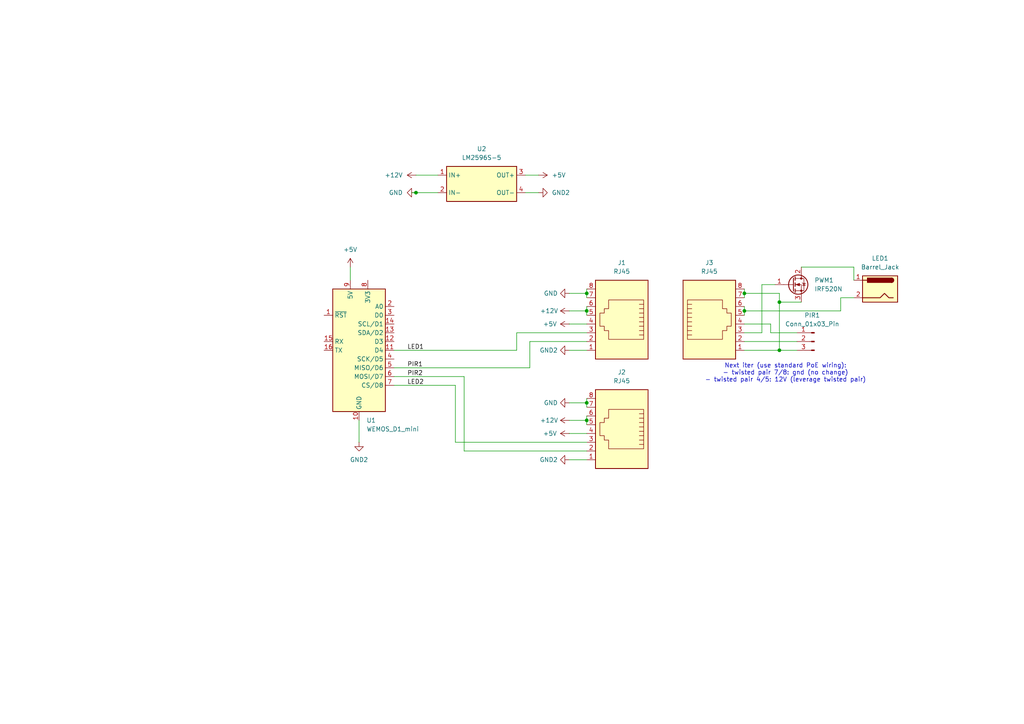
<source format=kicad_sch>
(kicad_sch (version 20250114) (generator "eeschema") (generator_version "9.0")
  (paper "A4")
  (lib_symbols
    (symbol "Connector:Barrel_Jack" (pin_names (offset 1.016))
      (property "Reference" "J" (at 0 5.334 0))
      (property "Value" "Barrel_Jack" (at 0 -5.08 0))
      (symbol "Barrel_Jack_0_1"
        (rectangle (start -5.08 3.81) (end 5.08 -3.81) (stroke (width 0.254)) (fill (type background)))
        (polyline (pts (xy -3.81 -2.54) (xy -2.54 -2.54) (xy -1.27 -1.27) (xy 0 -2.54) (xy 2.54 -2.54) (xy 5.08 -2.54)) (stroke (width 0.254)))
        (arc (start -3.302 1.905) (mid -3.9343 2.54) (end -3.302 3.175) (stroke (width 0.254)))
        (arc (start -3.302 1.905) (mid -3.9343 2.54) (end -3.302 3.175) (stroke (width 0.254)) (fill (type outline)))
        (rectangle (start 3.683 3.175) (end -3.302 1.905) (stroke (width 0.254)) (fill (type outline)))
        (polyline (pts (xy 5.08 2.54) (xy 3.81 2.54)) (stroke (width 0.254)))
      )
      (symbol "Barrel_Jack_1_1"
        (pin passive line (at 7.62 2.54 180) (length 2.54) (name "~") (number "1"))
        (pin passive line (at 7.62 -2.54 180) (length 2.54) (name "~") (number "2"))
      )
    )
    (symbol "Connector:Conn_01x03_Pin" (pin_names (offset 1.016) (hide yes))
      (property "Reference" "J" (at 0 5.08 0))
      (property "Value" "Conn_01x03_Pin" (at 0 -5.08 0))
      (symbol "Conn_01x03_Pin_1_1"
        (rectangle (start 0.8636 2.667) (end 0 2.413) (stroke (width 0.1524)) (fill (type outline)))
        (rectangle (start 0.8636 0.127) (end 0 -0.127) (stroke (width 0.1524)) (fill (type outline)))
        (rectangle (start 0.8636 -2.413) (end 0 -2.667) (stroke (width 0.1524)) (fill (type outline)))
        (polyline (pts (xy 1.27 2.54) (xy 0.8636 2.54)) (stroke (width 0.1524)))
        (polyline (pts (xy 1.27 0) (xy 0.8636 0)) (stroke (width 0.1524)))
        (polyline (pts (xy 1.27 -2.54) (xy 0.8636 -2.54)) (stroke (width 0.1524)))
        (pin passive line (at 5.08 2.54 180) (length 3.81) (name "Pin_1") (number "1"))
        (pin passive line (at 5.08 0 180) (length 3.81) (name "Pin_2") (number "2"))
        (pin passive line (at 5.08 -2.54 180) (length 3.81) (name "Pin_3") (number "3"))
      )
    )
    (symbol "Connector:RJ45" (pin_names (offset 1.016))
      (property "Reference" "J" (at -5.08 13.97 0))
      (property "Value" "RJ45" (at 2.54 13.97 0))
      (symbol "RJ45_0_1"
        (polyline (pts (xy -6.35 1.905) (xy -5.08 1.905) (xy -5.08 1.905)))
        (polyline (pts (xy -6.35 0.635) (xy -5.08 0.635) (xy -5.08 0.635)))
        (polyline (pts (xy -6.35 -0.635) (xy -5.08 -0.635) (xy -5.08 -0.635)))
        (polyline (pts (xy -6.35 -1.905) (xy -5.08 -1.905) (xy -5.08 -1.905)))
        (polyline (pts (xy -6.35 -3.175) (xy -5.08 -3.175) (xy -5.08 -3.175)))
        (polyline (pts (xy -6.35 -4.445) (xy -6.35 6.985) (xy 3.81 6.985) (xy 3.81 4.445) (xy 5.08 4.445) (xy 5.08 3.175) (xy 6.35 3.175) (xy 6.35 -0.635) (xy 5.08 -0.635) (xy 5.08 -1.905) (xy 3.81 -1.905) (xy 3.81 -4.445) (xy -6.35 -4.445) (xy -6.35 -4.445)))
        (polyline (pts (xy -5.08 5.715) (xy -6.35 5.715)))
        (polyline (pts (xy -5.08 4.445) (xy -6.35 4.445)))
        (polyline (pts (xy -5.08 3.175) (xy -6.35 3.175) (xy -6.35 3.175)))
        (rectangle (start 7.62 12.7) (end -7.62 -10.16) (stroke (width 0.254)) (fill (type background)))
      )
      (symbol "RJ45_1_1"
        (pin passive line (at 10.16 10.16 180) (length 2.54) (name "~") (number "8"))
        (pin passive line (at 10.16 7.62 180) (length 2.54) (name "~") (number "7"))
        (pin passive line (at 10.16 5.08 180) (length 2.54) (name "~") (number "6"))
        (pin passive line (at 10.16 2.54 180) (length 2.54) (name "~") (number "5"))
        (pin passive line (at 10.16 0 180) (length 2.54) (name "~") (number "4"))
        (pin passive line (at 10.16 -2.54 180) (length 2.54) (name "~") (number "3"))
        (pin passive line (at 10.16 -5.08 180) (length 2.54) (name "~") (number "2"))
        (pin passive line (at 10.16 -7.62 180) (length 2.54) (name "~") (number "1"))
      )
    )
    (symbol "RF_Module:WEMOS_D1_mini"
      (property "Reference" "U" (at 3.81 19.05 0))
      (property "Value" "WEMOS_D1_mini" (at 1.27 -19.05 0))
      (symbol "WEMOS_D1_mini_1_1"
        (rectangle (start -7.62 17.78) (end 7.62 -17.78) (stroke (width 0.254)) (fill (type background)))
        (pin input line (at -10.16 10.16 0) (length 2.54) (name "~{RST}") (number "1"))
        (pin input line (at -10.16 2.54 0) (length 2.54) (name "RX") (number "15"))
        (pin output line (at -10.16 0 0) (length 2.54) (name "TX") (number "16"))
        (pin power_in line (at -2.54 20.32 270) (length 2.54) (name "5V") (number "9"))
        (pin power_in line (at 0 -20.32 90) (length 2.54) (name "GND") (number "10"))
        (pin power_out line (at 2.54 20.32 270) (length 2.54) (name "3V3") (number "8"))
        (pin input line (at 10.16 12.7 180) (length 2.54) (name "A0") (number "2"))
        (pin bidirectional line (at 10.16 10.16 180) (length 2.54) (name "D0") (number "3"))
        (pin bidirectional line (at 10.16 7.62 180) (length 2.54) (name "SCL/D1") (number "14"))
        (pin bidirectional line (at 10.16 5.08 180) (length 2.54) (name "SDA/D2") (number "13"))
        (pin bidirectional line (at 10.16 2.54 180) (length 2.54) (name "D3") (number "12"))
        (pin bidirectional line (at 10.16 0 180) (length 2.54) (name "D4") (number "11"))
        (pin bidirectional line (at 10.16 -2.54 180) (length 2.54) (name "SCK/D5") (number "4"))
        (pin bidirectional line (at 10.16 -5.08 180) (length 2.54) (name "MISO/D6") (number "5"))
        (pin bidirectional line (at 10.16 -7.62 180) (length 2.54) (name "MOSI/D7") (number "6"))
        (pin bidirectional line (at 10.16 -10.16 180) (length 2.54) (name "CS/D8") (number "7"))
      )
    )
    (symbol "Regulator_Switching:LM2596S-5"
      (property "Reference" "U2" (at 0 10.16 0))
      (property "Value" "LM2596S-5" (at 0 7.62 0))
      (symbol "LM2596S-5_0_1"
        (rectangle (start -10.16 5.08) (end 10.16 -5.08) (stroke (width 0.254)) (fill (type background)))
      )
      (symbol "LM2596S-5_1_1"
        (pin power_in line (at -12.7 2.54 0) (length 2.54) (name "IN+") (number "1"))
        (pin input line (at -12.7 -2.54 0) (length 2.54) (name "IN-") (number "2"))
        (pin input line (at 12.7 2.54 180) (length 2.54) (name "OUT+") (number "3"))
        (pin output line (at 12.7 -2.54 180) (length 2.54) (name "OUT-") (number "4"))
      )
    )
    (symbol "Transistor_FET:IRF520N" (pin_names (hide yes))
      (property "Reference" "Q" (at 5.08 1.905 0))
      (property "Value" "IRF520N" (at 5.08 0 0))
      (symbol "IRF520N_0_1"
        (polyline (pts (xy 0.254 1.905) (xy 0.254 -1.905)) (stroke (width 0.254)))
        (polyline (pts (xy 0.254 0) (xy -2.54 0)))
        (polyline (pts (xy 0.762 2.286) (xy 0.762 1.27)) (stroke (width 0.254)))
        (polyline (pts (xy 0.762 0.508) (xy 0.762 -0.508)) (stroke (width 0.254)))
        (polyline (pts (xy 0.762 -1.27) (xy 0.762 -2.286)) (stroke (width 0.254)))
        (polyline (pts (xy 0.762 -1.778) (xy 3.302 -1.778) (xy 3.302 1.778) (xy 0.762 1.778)))
        (polyline (pts (xy 1.016 0) (xy 2.032 0.381) (xy 2.032 -0.381) (xy 1.016 0)) (fill (type outline)))
        (circle (center 1.651 0) (radius 2.794) (stroke (width 0.254)))
        (polyline (pts (xy 2.54 2.54) (xy 2.54 1.778)))
        (circle (center 2.54 1.778) (radius 0.254) (fill (type outline)))
        (circle (center 2.54 -1.778) (radius 0.254) (fill (type outline)))
        (polyline (pts (xy 2.54 -2.54) (xy 2.54 0) (xy 0.762 0)))
        (polyline (pts (xy 2.794 0.508) (xy 2.921 0.381) (xy 3.683 0.381) (xy 3.81 0.254)))
        (polyline (pts (xy 3.302 0.381) (xy 2.921 -0.254) (xy 3.683 -0.254) (xy 3.302 0.381)))
      )
      (symbol "IRF520N_1_1"
        (pin input line (at -5.08 0 0) (length 2.54) (name "G") (number "1"))
        (pin passive line (at 2.54 5.08 270) (length 2.54) (name "D") (number "2"))
        (pin passive line (at 2.54 -5.08 90) (length 2.54) (name "S") (number "3"))
      )
    )
    (symbol "power:+12V" (power) (pin_numbers (hide yes)) (pin_names (offset 0) (hide yes))
      (property "Value" "+12V" (at 0 3.556 0))
      (symbol "+12V_0_1"
        (polyline (pts (xy -0.762 1.27) (xy 0 2.54)))
        (polyline (pts (xy 0 2.54) (xy 0.762 1.27)))
        (polyline (pts (xy 0 0) (xy 0 2.54)))
      )
      (symbol "+12V_1_1"
        (pin power_in line (at 0 0 90) (length 0) (name "~") (number "1"))
      )
    )
    (symbol "power:+5V" (power) (pin_numbers (hide yes)) (pin_names (offset 0) (hide yes))
      (property "Value" "+5V" (at 0 3.556 0))
      (symbol "+5V_0_1"
        (polyline (pts (xy -0.762 1.27) (xy 0 2.54)))
        (polyline (pts (xy 0 2.54) (xy 0.762 1.27)))
        (polyline (pts (xy 0 0) (xy 0 2.54)))
      )
      (symbol "+5V_1_1"
        (pin power_in line (at 0 0 90) (length 0) (name "~") (number "1"))
      )
    )
    (symbol "power:GND" (power) (pin_numbers (hide yes)) (pin_names (offset 0) (hide yes))
      (property "Value" "GND" (at 0 -3.81 0))
      (symbol "GND_0_1"
        (polyline (pts (xy 0 0) (xy 0 -1.27) (xy 1.27 -1.27) (xy 0 -2.54) (xy -1.27 -1.27) (xy 0 -1.27)))
      )
      (symbol "GND_1_1"
        (pin power_in line (at 0 0 270) (length 0) (name "~") (number "1"))
      )
    )
    (symbol "power:GND2" (power) (pin_numbers (hide yes)) (pin_names (offset 0) (hide yes))
      (property "Value" "GND2" (at 0 -3.81 0))
      (symbol "GND2_0_1"
        (polyline (pts (xy 0 0) (xy 0 -1.27) (xy 1.27 -1.27) (xy 0 -2.54) (xy -1.27 -1.27) (xy 0 -1.27)))
      )
      (symbol "GND2_1_1"
        (pin power_in line (at 0 0 270) (length 0) (name "~") (number "1"))
      )
    )
  )
  (text "Next iter (use standard PoE wiring):\n- twisted pair 7/8: gnd (no change)\n- twisted pair 4/5: 12V (leverage twisted pair)" (at 227.838 108.204 0) (effects (font (size 1.27 1.27))))
  (junction (at 215.9 90.17))
  (junction (at 215.9 85.09))
  (junction (at 170.18 121.92))
  (junction (at 226.06 101.6))
  (junction (at 170.18 116.84))
  (junction (at 170.18 85.09))
  (junction (at 170.18 90.17))
  (junction (at 120.65 55.88))
  (junction (at 226.06 87.63))
  (wire (pts (xy 156.21 55.88) (xy 152.4 55.88)))
  (wire (pts (xy 153.67 106.68) (xy 153.67 99.06)))
  (wire (pts (xy 132.08 128.27) (xy 170.18 128.27)))
  (wire (pts (xy 232.41 77.47) (xy 247.65 77.47)))
  (wire (pts (xy 170.18 88.9) (xy 170.18 90.17)))
  (wire (pts (xy 215.9 88.9) (xy 215.9 90.17)))
  (wire (pts (xy 170.18 116.84) (xy 170.18 118.11)))
  (wire (pts (xy 232.41 87.63) (xy 226.06 87.63)))
  (wire (pts (xy 101.6 77.47) (xy 101.6 81.28)))
  (wire (pts (xy 134.62 109.22) (xy 134.62 130.81)))
  (wire (pts (xy 165.1 90.17) (xy 170.18 90.17)))
  (wire (pts (xy 114.3 111.76) (xy 132.08 111.76)))
  (wire (pts (xy 220.98 82.55) (xy 220.98 96.52)))
  (wire (pts (xy 165.1 116.84) (xy 170.18 116.84)))
  (wire (pts (xy 215.9 93.98) (xy 223.52 93.98)))
  (wire (pts (xy 104.14 121.92) (xy 104.14 128.27)))
  (wire (pts (xy 153.67 99.06) (xy 170.18 99.06)))
  (wire (pts (xy 134.62 130.81) (xy 170.18 130.81)))
  (wire (pts (xy 170.18 121.92) (xy 170.18 123.19)))
  (wire (pts (xy 165.1 125.73) (xy 170.18 125.73)))
  (wire (pts (xy 152.4 50.8) (xy 156.21 50.8)))
  (wire (pts (xy 119.38 55.88) (xy 120.65 55.88)))
  (wire (pts (xy 132.08 111.76) (xy 132.08 128.27)))
  (wire (pts (xy 226.06 87.63) (xy 226.06 101.6)))
  (wire (pts (xy 114.3 109.22) (xy 134.62 109.22)))
  (wire (pts (xy 215.9 85.09) (xy 215.9 86.36)))
  (wire (pts (xy 247.65 77.47) (xy 247.65 81.28)))
  (wire (pts (xy 120.65 50.8) (xy 127 50.8)))
  (wire (pts (xy 170.18 85.09) (xy 170.18 86.36)))
  (wire (pts (xy 170.18 90.17) (xy 170.18 91.44)))
  (wire (pts (xy 226.06 101.6) (xy 231.14 101.6)))
  (wire (pts (xy 149.86 101.6) (xy 149.86 96.52)))
  (wire (pts (xy 170.18 83.82) (xy 170.18 85.09)))
  (wire (pts (xy 220.98 96.52) (xy 215.9 96.52)))
  (wire (pts (xy 215.9 83.82) (xy 215.9 85.09)))
  (wire (pts (xy 215.9 99.06) (xy 231.14 99.06)))
  (wire (pts (xy 165.1 133.35) (xy 170.18 133.35)))
  (wire (pts (xy 215.9 90.17) (xy 215.9 91.44)))
  (wire (pts (xy 170.18 115.57) (xy 170.18 116.84)))
  (wire (pts (xy 165.1 121.92) (xy 170.18 121.92)))
  (wire (pts (xy 120.65 55.88) (xy 127 55.88)))
  (wire (pts (xy 226.06 87.63) (xy 226.06 85.09)))
  (wire (pts (xy 223.52 96.52) (xy 231.14 96.52)))
  (wire (pts (xy 114.3 106.68) (xy 153.67 106.68)))
  (wire (pts (xy 226.06 85.09) (xy 215.9 85.09)))
  (wire (pts (xy 165.1 101.6) (xy 170.18 101.6)))
  (wire (pts (xy 224.79 82.55) (xy 220.98 82.55)))
  (wire (pts (xy 243.84 90.17) (xy 215.9 90.17)))
  (wire (pts (xy 149.86 96.52) (xy 170.18 96.52)))
  (wire (pts (xy 243.84 86.36) (xy 243.84 90.17)))
  (wire (pts (xy 223.52 93.98) (xy 223.52 96.52)))
  (wire (pts (xy 165.1 85.09) (xy 170.18 85.09)))
  (wire (pts (xy 165.1 93.98) (xy 170.18 93.98)))
  (wire (pts (xy 170.18 120.65) (xy 170.18 121.92)))
  (wire (pts (xy 247.65 86.36) (xy 243.84 86.36)))
  (wire (pts (xy 114.3 101.6) (xy 149.86 101.6)))
  (wire (pts (xy 215.9 101.6) (xy 226.06 101.6)))
  (label "LED2" (at 118.11 111.76 0))
  (label "PIR1" (at 118.11 106.68 0))
  (label "PIR2" (at 118.11 109.22 0))
  (label "LED1" (at 118.11 101.6 0))
  (symbol (lib_id "power:GND2") (at 156.21 55.88 90) (unit 1)
    (property "Reference" "#PWR04" (effects (hide yes)))
    (property "Value" "GND2" (at 160.02 55.8799 90) (effects (justify right)))
    (property "Description" "Power symbol creates a global label with name \"GND2\" , ground" (effects (hide yes)))
  )
  (symbol (lib_id "power:+5V") (at 101.6 77.47 0) (unit 1)
    (property "Reference" "#PWR05" (effects (hide yes)))
    (property "Value" "+5V" (at 101.6 72.39 0))
    (property "Description" "Power symbol creates a global label with name \"+5V\"" (effects (hide yes)))
  )
  (symbol (lib_id "power:GND2") (at 165.1 101.6 270) (unit 1)
    (property "Reference" "#PWR011" (effects (hide yes)))
    (property "Value" "GND2" (at 161.798 101.6 90) (effects (justify right)))
    (property "Description" "Power symbol creates a global label with name \"GND2\" , ground" (effects (hide yes)))
  )
  (symbol (lib_id "Connector:RJ45") (at 180.34 93.98 0) (mirror y) (unit 1)
    (property "Reference" "J1" (at 180.34 76.2 0))
    (property "Value" "RJ45" (at 180.34 78.74 0))
    (property "Footprint" "Connector_RJ:RJ45_breakout" (effects (hide yes)))
    (property "Description" "RJ connector, 8P8C (8 positions 8 connected)" (effects (hide yes)))
  )
  (symbol (lib_id "power:+5V") (at 156.21 50.8 270) (unit 1)
    (property "Reference" "#PWR02" (effects (hide yes)))
    (property "Value" "+5V" (at 160.02 50.7999 90) (effects (justify left)))
    (property "Description" "Power symbol creates a global label with name \"+5V\"" (effects (hide yes)))
  )
  (symbol (lib_id "Connector:Conn_01x03_Pin") (at 236.22 99.06 0) (mirror y) (unit 1)
    (property "Reference" "PIR1" (at 235.585 91.44 0))
    (property "Value" "Conn_01x03_Pin" (at 235.585 93.98 0))
    (property "Footprint" "Connector_PinHeader_1.00mm:PinHeader_1x03_P1.00mm_Vertical" (effects (hide yes)))
    (property "Description" "Generic connector, single row, 01x03, script generated" (effects (hide yes)))
  )
  (symbol (lib_id "power:GND2") (at 104.14 128.27 0) (unit 1)
    (property "Reference" "#PWR08" (effects (hide yes)))
    (property "Value" "GND2" (at 104.14 133.35 0))
    (property "Description" "Power symbol creates a global label with name \"GND2\" , ground" (effects (hide yes)))
  )
  (symbol (lib_id "power:GND") (at 120.65 55.88 270) (unit 1)
    (property "Reference" "#PWR03" (effects (hide yes)))
    (property "Value" "GND" (at 116.84 55.8799 90) (effects (justify right)))
    (property "Description" "Power symbol creates a global label with name \"GND\" , ground" (effects (hide yes)))
  )
  (symbol (lib_id "power:GND") (at 165.1 85.09 270) (unit 1)
    (property "Reference" "#PWR010" (effects (hide yes)))
    (property "Value" "GND" (at 161.798 85.09 90) (effects (justify right)))
    (property "Description" "Power symbol creates a global label with name \"GND\" , ground" (effects (hide yes)))
  )
  (symbol (lib_id "power:+12V") (at 165.1 121.92 90) (unit 1)
    (property "Reference" "#PWR012" (effects (hide yes)))
    (property "Value" "+12V" (at 159.258 121.92 90))
    (property "Description" "Power symbol creates a global label with name \"+12V\"" (effects (hide yes)))
  )
  (symbol (lib_id "power:+12V") (at 165.1 90.17 90) (unit 1)
    (property "Reference" "#PWR06" (effects (hide yes)))
    (property "Value" "+12V" (at 159.258 90.17 90))
    (property "Description" "Power symbol creates a global label with name \"+12V\"" (effects (hide yes)))
  )
  (symbol (lib_id "Transistor_FET:IRF520N") (at 229.87 82.55 0) (unit 1)
    (property "Reference" "PWM1" (at 236.22 81.2799 0) (effects (justify left)))
    (property "Value" "IRF520N" (at 236.22 83.8199 0) (effects (justify left)))
    (property "Footprint" "Package_TO_SOT_THT:TO-220-3_Vertical" (effects (hide yes)))
    (property "Datasheet" "http://www.irf.com/product-info/datasheets/data/irf540n.pdf" (effects (hide yes)))
    (property "Description" "33A Id, 100V Vds, HEXFET N-Channel MOSFET, TO-220" (effects (hide yes)))
  )
  (symbol (lib_id "power:+12V") (at 120.65 50.8 90) (unit 1)
    (property "Reference" "#PWR01" (effects (hide yes)))
    (property "Value" "+12V" (at 116.84 50.7999 90) (effects (justify left)))
    (property "Description" "Power symbol creates a global label with name \"+12V\"" (effects (hide yes)))
  )
  (symbol (lib_id "power:+5V") (at 165.1 93.98 90) (unit 1)
    (property "Reference" "#PWR07" (effects (hide yes)))
    (property "Value" "+5V" (at 159.512 93.98 90))
    (property "Description" "Power symbol creates a global label with name \"+5V\"" (effects (hide yes)))
  )
  (symbol (lib_id "Connector:RJ45") (at 205.74 93.98 0) (unit 1)
    (property "Reference" "J3" (at 205.74 76.2 0))
    (property "Value" "RJ45" (at 205.74 78.74 0))
    (property "Footprint" "Connector_RJ:RJ45_breakout" (effects (hide yes)))
    (property "Description" "RJ connector, 8P8C (8 positions 8 connected)" (effects (hide yes)))
  )
  (symbol (lib_id "power:GND2") (at 165.1 133.35 270) (unit 1)
    (property "Reference" "#PWR014" (effects (hide yes)))
    (property "Value" "GND2" (at 161.798 133.35 90) (effects (justify right)))
    (property "Description" "Power symbol creates a global label with name \"GND2\" , ground" (effects (hide yes)))
  )
  (symbol (lib_id "power:+5V") (at 165.1 125.73 90) (unit 1)
    (property "Reference" "#PWR013" (effects (hide yes)))
    (property "Value" "+5V" (at 159.512 125.73 90))
    (property "Description" "Power symbol creates a global label with name \"+5V\"" (effects (hide yes)))
  )
  (symbol (lib_id "RF_Module:WEMOS_D1_mini") (at 104.14 101.6 0) (unit 1)
    (property "Reference" "U1" (at 106.2833 121.92 0) (effects (justify left)))
    (property "Value" "WEMOS_D1_mini" (at 106.2833 124.46 0) (effects (justify left)))
    (property "Footprint" "RF_Module:WEMOS_D1_mini_light" (effects (hide yes)))
    (property "Datasheet" "https://wiki.wemos.cc/products:d1:d1_mini#documentation" (effects (hide yes)))
    (property "Description" "32-bit microcontroller module with WiFi" (effects (hide yes)))
  )
  (symbol (lib_id "Regulator_Switching:LM2596S-5") (at 139.7 53.34 0) (unit 1)
    (property "Reference" "U2" (at 139.7 43.18 0))
    (property "Value" "LM2596S-5" (at 139.7 45.72 0))
    (property "Footprint" "Converter_DCDC:Converter_DCDC_LM2596" (effects (hide yes)))
    (property "Datasheet" "http://www.ti.com/lit/ds/symlink/lm2596.pdf" (effects (hide yes)))
    (property "Description" "5V 3A Step-Down Voltage Regulator, TO-263" (effects (hide yes)))
  )
  (symbol (lib_id "Connector:Barrel_Jack") (at 255.27 83.82 0) (mirror y) (unit 1)
    (property "Reference" "LED1" (at 255.27 74.93 0))
    (property "Value" "Barrel_Jack" (at 255.27 77.47 0))
    (property "Footprint" "Connector_BarrelJack:BarrelJack_SwitchcraftConxall_RAPC10U_Horizontal" (effects (hide yes)))
    (property "Description" "DC Barrel Jack" (effects (hide yes)))
  )
  (symbol (lib_id "Connector:RJ45") (at 180.34 125.73 0) (mirror y) (unit 1)
    (property "Reference" "J2" (at 180.34 107.95 0))
    (property "Value" "RJ45" (at 180.34 110.49 0))
    (property "Footprint" "Connector_RJ:RJ45_breakout" (effects (hide yes)))
    (property "Description" "RJ connector, 8P8C (8 positions 8 connected)" (effects (hide yes)))
  )
  (symbol (lib_id "power:GND") (at 165.1 116.84 270) (unit 1)
    (property "Reference" "#PWR09" (effects (hide yes)))
    (property "Value" "GND" (at 161.798 116.84 90) (effects (justify right)))
    (property "Description" "Power symbol creates a global label with name \"GND\" , ground" (effects (hide yes)))
  )
)
</source>
